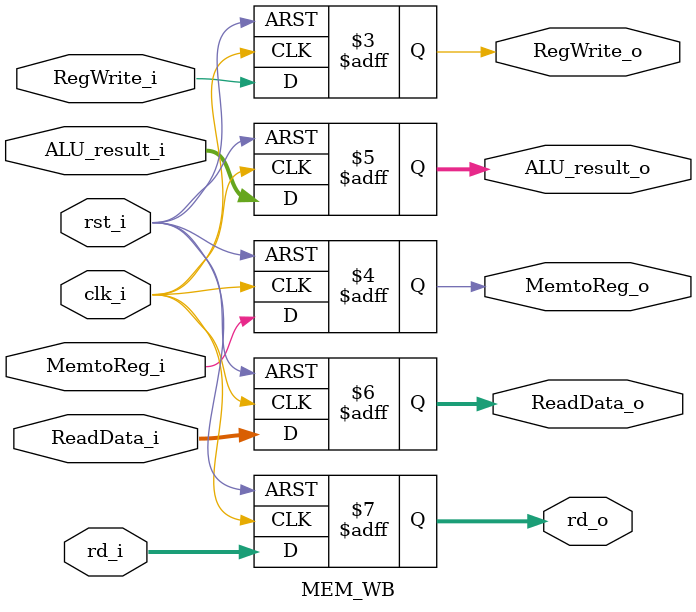
<source format=v>
module MEM_WB
(   
    clk_i,
    rst_i,
    RegWrite_i,
    MemtoReg_i,
    ALU_result_i,
    ReadData_i,
    rd_i,

    RegWrite_o,
    MemtoReg_o,
    ALU_result_o,
    ReadData_o,
    rd_o
);

input clk_i, rst_i, RegWrite_i, MemtoReg_i;
input [31:0] ALU_result_i, ReadData_i;
input [4:0] rd_i;

output reg RegWrite_o, MemtoReg_o;
output reg[31:0] ALU_result_o, ReadData_o;
output reg[4:0] rd_o;

always @(posedge clk_i or negedge rst_i) begin
    if (~rst_i) begin
        RegWrite_o <= 1'b0; 
        MemtoReg_o <= 1'b0;
        ALU_result_o <= 32'b0;
        ReadData_o <= 32'b0;
        rd_o <= 5'b0;
    end
    else begin
        RegWrite_o <= RegWrite_i;
        MemtoReg_o <= MemtoReg_i;
        ALU_result_o <= ALU_result_i;
        ReadData_o <= ReadData_i;
        rd_o <= rd_i;
    end
end

endmodule
</source>
